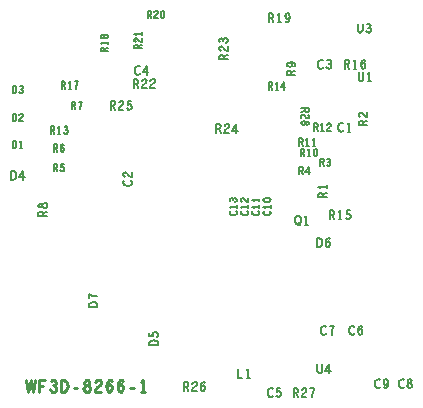
<source format=gto>
%FSLAX25Y25*MOMM*%
%IR0*IPPOS*OFA0.00000B0.00000*MIA0B0*SFA1.00000B1.00000*%
%ADD10C,.21*%
%ADD11C,.25*%
%ADD12C,.19*%
G75*
%LPD*%
G75*
G54D10*
G01X2711450Y2561870D02*
X2636450D01*
Y2584780D01*
X2640200Y2592120D01*
X2645200Y2596700D01*
X2655200Y2598530D01*
X2665200Y2596700D01*
X2671450Y2591200D01*
X2675200Y2584780D01*
Y2561870D01*
G01Y2584780D02*
X2711450Y2598530D01*
G01Y2650200D02*
X2710200Y2656620D01*
X2706450Y2663950D01*
X2700200Y2668530D01*
X2691450Y2670370D01*
X2682700Y2668530D01*
X2675200Y2663030D01*
X2671450Y2654780D01*
Y2645620D01*
X2668950Y2640120D01*
X2662700Y2635530D01*
X2653950Y2633700D01*
X2645200Y2636450D01*
X2638950Y2642870D01*
X2636450Y2650200D01*
X2638950Y2657530D01*
X2645200Y2663950D01*
X2653950Y2666700D01*
X2662700Y2664870D01*
X2668950Y2660280D01*
X2671450Y2654780D01*
Y2645620D01*
X2675200Y2637370D01*
X2682700Y2631870D01*
X2691450Y2630030D01*
X2700200Y2631870D01*
X2706450Y2636450D01*
X2710200Y2643780D01*
X2711450Y2650200D01*
G01X2407630Y2870200D02*
Y2945200D01*
X2425970D01*
X2433300Y2941450D01*
X2438800Y2936450D01*
X2443380Y2928950D01*
X2447050Y2920200D01*
X2447970Y2907700D01*
X2447050Y2895200D01*
X2443380Y2886450D01*
X2438800Y2878950D01*
X2433300Y2873950D01*
X2425970Y2870200D01*
X2407630D01*
G01X2508800D02*
Y2945200D01*
X2474880Y2891450D01*
X2520720D01*
G01X3136900Y1791680D02*
X3061900D01*
Y1810020D01*
X3065650Y1817350D01*
X3070650Y1822850D01*
X3078150Y1827430D01*
X3086900Y1831100D01*
X3099400Y1832020D01*
X3111900Y1831100D01*
X3120650Y1827430D01*
X3128150Y1822850D01*
X3133150Y1817350D01*
X3136900Y1810020D01*
Y1791680D01*
G01Y1880020D02*
X3120650Y1881850D01*
X3106900Y1884600D01*
X3094400Y1888270D01*
X3080650Y1892850D01*
X3061900Y1900180D01*
Y1863520D01*
G01X3247670Y3460750D02*
Y3535750D01*
X3270580D01*
X3277920Y3532000D01*
X3282500Y3527000D01*
X3284330Y3517000D01*
X3282500Y3507000D01*
X3277000Y3500750D01*
X3270580Y3497000D01*
X3247670D01*
G01X3270580D02*
X3284330Y3460750D01*
G01X3318580Y3523250D02*
X3324080Y3530750D01*
X3330500Y3534500D01*
X3337830Y3535750D01*
X3347000Y3533250D01*
X3353420Y3527000D01*
X3355250Y3519500D01*
X3354330Y3512000D01*
X3350670Y3505750D01*
X3332330Y3493250D01*
X3324080Y3484500D01*
X3318580Y3472000D01*
X3316750Y3460750D01*
X3355250D01*
G01X3385830Y3472000D02*
X3391330Y3465750D01*
X3397750Y3462000D01*
X3406000Y3460750D01*
X3414250Y3463250D01*
X3420670Y3468250D01*
X3425250Y3477000D01*
X3426170Y3487000D01*
X3424330Y3497000D01*
X3419750Y3503250D01*
X3413330Y3508250D01*
X3406920Y3509500D01*
X3400500Y3508250D01*
X3392250Y3503250D01*
X3395000Y3535750D01*
X3419750D01*
G01X3651250Y1467830D02*
X3576250D01*
Y1486170D01*
X3580000Y1493500D01*
X3585000Y1499000D01*
X3592500Y1503580D01*
X3601250Y1507250D01*
X3613750Y1508170D01*
X3626250Y1507250D01*
X3635000Y1503580D01*
X3642500Y1499000D01*
X3647500Y1493500D01*
X3651250Y1486170D01*
Y1467830D01*
G01X3640000Y1537830D02*
X3646250Y1543330D01*
X3650000Y1549750D01*
X3651250Y1558000D01*
X3648750Y1566250D01*
X3643750Y1572670D01*
X3635000Y1577250D01*
X3625000Y1578170D01*
X3615000Y1576330D01*
X3608750Y1571750D01*
X3603750Y1565330D01*
X3602500Y1558920D01*
X3603750Y1552500D01*
X3608750Y1544250D01*
X3576250Y1547000D01*
Y1571750D01*
G01X3360250Y2860720D02*
X3356500Y2855220D01*
X3354000Y2848800D01*
Y2841470D01*
X3357750Y2833220D01*
X3364000Y2826800D01*
X3371500Y2822220D01*
X3384000Y2818550D01*
X3395250Y2817630D01*
X3406500Y2819470D01*
X3414000Y2822220D01*
X3421500Y2827720D01*
X3426500Y2834130D01*
X3429000Y2840550D01*
Y2846970D01*
X3426500Y2853380D01*
X3422750Y2858880D01*
X3417750Y2863470D01*
G01X3366500Y2893130D02*
X3359000Y2898630D01*
X3355250Y2905050D01*
X3354000Y2912380D01*
X3356500Y2921550D01*
X3362750Y2927970D01*
X3370250Y2929800D01*
X3377750Y2928880D01*
X3384000Y2925220D01*
X3396500Y2906880D01*
X3405250Y2898630D01*
X3417750Y2893130D01*
X3429000Y2891300D01*
Y2929800D01*
G01X3444520Y3644900D02*
Y3719900D01*
X3467430D01*
X3474770Y3716150D01*
X3479350Y3711150D01*
X3481180Y3701150D01*
X3479350Y3691150D01*
X3473850Y3684900D01*
X3467430Y3681150D01*
X3444520D01*
G01X3467430D02*
X3481180Y3644900D01*
G01X3515430Y3707400D02*
X3520930Y3714900D01*
X3527350Y3718650D01*
X3534680Y3719900D01*
X3543850Y3717400D01*
X3550270Y3711150D01*
X3552100Y3703650D01*
X3551180Y3696150D01*
X3547520Y3689900D01*
X3529180Y3677400D01*
X3520930Y3668650D01*
X3515430Y3656150D01*
X3513600Y3644900D01*
X3552100D01*
G01X3585430Y3707400D02*
X3590930Y3714900D01*
X3597350Y3718650D01*
X3604680Y3719900D01*
X3613850Y3717400D01*
X3620270Y3711150D01*
X3622100Y3703650D01*
X3621180Y3696150D01*
X3617520Y3689900D01*
X3599180Y3677400D01*
X3590930Y3668650D01*
X3585430Y3656150D01*
X3583600Y3644900D01*
X3622100D01*
G01X3495720Y3827950D02*
X3490220Y3831700D01*
X3483800Y3834200D01*
X3476470D01*
X3468220Y3830450D01*
X3461800Y3824200D01*
X3457220Y3816700D01*
X3453550Y3804200D01*
X3452630Y3792950D01*
X3454470Y3781700D01*
X3457220Y3774200D01*
X3462720Y3766700D01*
X3469130Y3761700D01*
X3475550Y3759200D01*
X3481970D01*
X3488380Y3761700D01*
X3493880Y3765450D01*
X3498470Y3770450D01*
G01X3556550Y3759200D02*
Y3834200D01*
X3522630Y3780450D01*
X3568470D01*
G01X3869970Y1079500D02*
Y1154500D01*
X3892880D01*
X3900220Y1150750D01*
X3904800Y1145750D01*
X3906630Y1135750D01*
X3904800Y1125750D01*
X3899300Y1119500D01*
X3892880Y1115750D01*
X3869970D01*
G01X3892880D02*
X3906630Y1079500D01*
G01X3940880Y1142000D02*
X3946380Y1149500D01*
X3952800Y1153250D01*
X3960130Y1154500D01*
X3969300Y1152000D01*
X3975720Y1145750D01*
X3977550Y1138250D01*
X3976630Y1130750D01*
X3972970Y1124500D01*
X3954630Y1112000D01*
X3946380Y1103250D01*
X3940880Y1090750D01*
X3939050Y1079500D01*
X3977550D01*
G01X4010880Y1110750D02*
X4017300Y1119500D01*
X4022800Y1124500D01*
X4030130Y1127000D01*
X4036550Y1124500D01*
X4041130Y1119500D01*
X4044800Y1112000D01*
X4045720Y1103250D01*
X4044800Y1095750D01*
X4041130Y1088250D01*
X4035630Y1082000D01*
X4029220Y1079500D01*
X4021880Y1082000D01*
X4015470Y1089500D01*
X4011800Y1100750D01*
X4010880Y1113250D01*
X4012720Y1129500D01*
X4015470Y1138250D01*
X4020050Y1147000D01*
X4026470Y1153250D01*
X4032880Y1154500D01*
X4039300Y1152000D01*
X4043880Y1145750D01*
G01X4327170Y1268800D02*
Y1193800D01*
X4363830D01*
G01X4415500D02*
Y1268800D01*
X4404500Y1253800D01*
G01Y1193800D02*
X4426500D01*
G01X4143020Y3263900D02*
Y3338900D01*
X4165930D01*
X4173270Y3335150D01*
X4177850Y3330150D01*
X4179680Y3320150D01*
X4177850Y3310150D01*
X4172350Y3303900D01*
X4165930Y3300150D01*
X4143020D01*
G01X4165930D02*
X4179680Y3263900D01*
G01X4213930Y3326400D02*
X4219430Y3333900D01*
X4225850Y3337650D01*
X4233180Y3338900D01*
X4242350Y3336400D01*
X4248770Y3330150D01*
X4250600Y3322650D01*
X4249680Y3315150D01*
X4246020Y3308900D01*
X4227680Y3296400D01*
X4219430Y3287650D01*
X4213930Y3275150D01*
X4212100Y3263900D01*
X4250600D01*
G01X4312350D02*
Y3338900D01*
X4278430Y3285150D01*
X4324270D01*
G01X4241800Y3889020D02*
X4166800D01*
Y3911930D01*
X4170550Y3919270D01*
X4175550Y3923850D01*
X4185550Y3925680D01*
X4195550Y3923850D01*
X4201800Y3918350D01*
X4205550Y3911930D01*
Y3889020D01*
G01Y3911930D02*
X4241800Y3925680D01*
G01X4179300Y3959930D02*
X4171800Y3965430D01*
X4168050Y3971850D01*
X4166800Y3979180D01*
X4169300Y3988350D01*
X4175550Y3994770D01*
X4183050Y3996600D01*
X4190550Y3995680D01*
X4196800Y3992020D01*
X4209300Y3973680D01*
X4218050Y3965430D01*
X4230550Y3959930D01*
X4241800Y3958100D01*
Y3996600D01*
G01X4226800Y4027180D02*
X4235550Y4032680D01*
X4240550Y4040020D01*
X4241800Y4048270D01*
X4240550Y4055600D01*
X4234300Y4062930D01*
X4226800Y4067520D01*
X4219300Y4068430D01*
X4210550Y4066600D01*
X4204300Y4060180D01*
X4201800Y4053770D01*
Y4045520D01*
G01Y4053770D02*
X4198050Y4059270D01*
X4191800Y4063850D01*
X4184300Y4065680D01*
X4176800Y4063850D01*
X4170550Y4059270D01*
X4166800Y4051020D01*
X4168050Y4042770D01*
X4173050Y4034520D01*
G01X4619670Y1097450D02*
X4614170Y1101200D01*
X4607750Y1103700D01*
X4600420D01*
X4592170Y1099950D01*
X4585750Y1093700D01*
X4581170Y1086200D01*
X4577500Y1073700D01*
X4576580Y1062450D01*
X4578420Y1051200D01*
X4581170Y1043700D01*
X4586670Y1036200D01*
X4593080Y1031200D01*
X4599500Y1028700D01*
X4605920D01*
X4612330Y1031200D01*
X4617830Y1034950D01*
X4622420Y1039950D01*
G01X4649330D02*
X4654830Y1033700D01*
X4661250Y1029950D01*
X4669500Y1028700D01*
X4677750Y1031200D01*
X4684170Y1036200D01*
X4688750Y1044950D01*
X4689670Y1054950D01*
X4687830Y1064950D01*
X4683250Y1071200D01*
X4676830Y1076200D01*
X4670420Y1077450D01*
X4664000Y1076200D01*
X4655750Y1071200D01*
X4658500Y1103700D01*
X4683250D01*
G01X4587520Y4203700D02*
Y4278700D01*
X4610430D01*
X4617770Y4274950D01*
X4622350Y4269950D01*
X4624180Y4259950D01*
X4622350Y4249950D01*
X4616850Y4243700D01*
X4610430Y4239950D01*
X4587520D01*
G01X4610430D02*
X4624180Y4203700D01*
G01X4675850D02*
Y4278700D01*
X4664850Y4263700D01*
G01Y4203700D02*
X4686850D01*
G01X4730270Y4212450D02*
X4736680Y4206200D01*
X4744020Y4203700D01*
X4751350Y4206200D01*
X4757770Y4213700D01*
X4762350Y4224950D01*
X4764180Y4236200D01*
Y4249950D01*
X4762350Y4261200D01*
X4757770Y4271200D01*
X4752270Y4276200D01*
X4745850Y4278700D01*
X4738520Y4276200D01*
X4733020Y4271200D01*
X4729350Y4263700D01*
X4727520Y4253700D01*
X4729350Y4244950D01*
X4733930Y4236200D01*
X4739430Y4231200D01*
X4745850Y4229950D01*
X4753180Y4232450D01*
X4758680Y4238700D01*
X4764180Y4249950D01*
G01X4797070Y1028700D02*
Y1103700D01*
X4819980D01*
X4827320Y1099950D01*
X4831900Y1094950D01*
X4833730Y1084950D01*
X4831900Y1074950D01*
X4826400Y1068700D01*
X4819980Y1064950D01*
X4797070D01*
G01X4819980D02*
X4833730Y1028700D01*
G01X4867980Y1091200D02*
X4873480Y1098700D01*
X4879900Y1102450D01*
X4887230Y1103700D01*
X4896400Y1101200D01*
X4902820Y1094950D01*
X4904650Y1087450D01*
X4903730Y1079950D01*
X4900070Y1073700D01*
X4881730Y1061200D01*
X4873480Y1052450D01*
X4867980Y1039950D01*
X4866150Y1028700D01*
X4904650D01*
G01X4953570D02*
X4955400Y1044950D01*
X4958150Y1058700D01*
X4961820Y1071200D01*
X4966400Y1084950D01*
X4973730Y1103700D01*
X4937070D01*
G01X4998430Y1306900D02*
Y1253150D01*
X5002100Y1241900D01*
X5009430Y1234400D01*
X5018600Y1231900D01*
X5027770Y1234400D01*
X5035100Y1241900D01*
X5038770Y1253150D01*
Y1306900D01*
G01X5099600Y1231900D02*
Y1306900D01*
X5065680Y1253150D01*
X5111520D01*
G01X4998430Y2298700D02*
Y2373700D01*
X5016770D01*
X5024100Y2369950D01*
X5029600Y2364950D01*
X5034180Y2357450D01*
X5037850Y2348700D01*
X5038770Y2336200D01*
X5037850Y2323700D01*
X5034180Y2314950D01*
X5029600Y2307450D01*
X5024100Y2302450D01*
X5016770Y2298700D01*
X4998430D01*
G01X5071180Y2329950D02*
X5077600Y2338700D01*
X5083100Y2343700D01*
X5090430Y2346200D01*
X5096850Y2343700D01*
X5101430Y2338700D01*
X5105100Y2331200D01*
X5106020Y2322450D01*
X5105100Y2314950D01*
X5101430Y2307450D01*
X5095930Y2301200D01*
X5089520Y2298700D01*
X5082180Y2301200D01*
X5075770Y2308700D01*
X5072100Y2319950D01*
X5071180Y2332450D01*
X5073020Y2348700D01*
X5075770Y2357450D01*
X5080350Y2366200D01*
X5086770Y2372450D01*
X5093180Y2373700D01*
X5099600Y2371200D01*
X5104180Y2364950D01*
G01X4834450Y2489200D02*
X4827120Y2490450D01*
X4820700Y2495450D01*
X4815200Y2502950D01*
X4811530Y2511700D01*
X4809700Y2521700D01*
Y2531700D01*
X4811530Y2541700D01*
X4815200Y2550450D01*
X4820700Y2557950D01*
X4827120Y2562950D01*
X4834450Y2564200D01*
X4841780Y2562950D01*
X4848200Y2557950D01*
X4853700Y2550450D01*
X4857370Y2541700D01*
X4859200Y2531700D01*
Y2521700D01*
X4857370Y2511700D01*
X4853700Y2502950D01*
X4848200Y2495450D01*
X4841780Y2490450D01*
X4834450Y2489200D01*
G01X4841780Y2509200D02*
X4852780Y2489200D01*
G01X4904450D02*
Y2564200D01*
X4893450Y2549200D01*
G01Y2489200D02*
X4915450D01*
G01X5080000Y2720620D02*
X5005000D01*
Y2743530D01*
X5008750Y2750870D01*
X5013750Y2755450D01*
X5023750Y2757280D01*
X5033750Y2755450D01*
X5040000Y2749950D01*
X5043750Y2743530D01*
Y2720620D01*
G01Y2743530D02*
X5080000Y2757280D01*
G01Y2808950D02*
X5005000D01*
X5020000Y2797950D01*
G01X5080000D02*
Y2819950D01*
G01X5045120Y3878750D02*
X5039620Y3882500D01*
X5033200Y3885000D01*
X5025870D01*
X5017620Y3881250D01*
X5011200Y3875000D01*
X5006620Y3867500D01*
X5002950Y3855000D01*
X5002030Y3843750D01*
X5003870Y3832500D01*
X5006620Y3825000D01*
X5012120Y3817500D01*
X5018530Y3812500D01*
X5024950Y3810000D01*
X5031370D01*
X5037780Y3812500D01*
X5043280Y3816250D01*
X5047870Y3821250D01*
G01X5074780Y3825000D02*
X5080280Y3816250D01*
X5087620Y3811250D01*
X5095870Y3810000D01*
X5103200Y3811250D01*
X5110530Y3817500D01*
X5115120Y3825000D01*
X5116030Y3832500D01*
X5114200Y3841250D01*
X5107780Y3847500D01*
X5101370Y3850000D01*
X5093120D01*
G01X5101370D02*
X5106870Y3853750D01*
X5111450Y3860000D01*
X5113280Y3867500D01*
X5111450Y3875000D01*
X5106870Y3881250D01*
X5098620Y3885000D01*
X5090370Y3883750D01*
X5082120Y3878750D01*
G01X4813300Y3755670D02*
X4738300D01*
Y3778580D01*
X4742050Y3785920D01*
X4747050Y3790500D01*
X4757050Y3792330D01*
X4767050Y3790500D01*
X4773300Y3785000D01*
X4777050Y3778580D01*
Y3755670D01*
G01Y3778580D02*
X4813300Y3792330D01*
G01X4804550Y3828420D02*
X4810800Y3834830D01*
X4813300Y3842170D01*
X4810800Y3849500D01*
X4803300Y3855920D01*
X4792050Y3860500D01*
X4780800Y3862330D01*
X4767050D01*
X4755800Y3860500D01*
X4745800Y3855920D01*
X4740800Y3850420D01*
X4738300Y3844000D01*
X4740800Y3836670D01*
X4745800Y3831170D01*
X4753300Y3827500D01*
X4763300Y3825670D01*
X4772050Y3827500D01*
X4780800Y3832080D01*
X4785800Y3837580D01*
X4787050Y3844000D01*
X4784550Y3851330D01*
X4778300Y3856830D01*
X4767050Y3862330D01*
G01X5311820Y1624500D02*
X5306320Y1628250D01*
X5299900Y1630750D01*
X5292570D01*
X5284320Y1627000D01*
X5277900Y1620750D01*
X5273320Y1613250D01*
X5269650Y1600750D01*
X5268730Y1589500D01*
X5270570Y1578250D01*
X5273320Y1570750D01*
X5278820Y1563250D01*
X5285230Y1558250D01*
X5291650Y1555750D01*
X5298070D01*
X5304480Y1558250D01*
X5309980Y1562000D01*
X5314570Y1567000D01*
G01X5344230Y1587000D02*
X5350650Y1595750D01*
X5356150Y1600750D01*
X5363480Y1603250D01*
X5369900Y1600750D01*
X5374480Y1595750D01*
X5378150Y1588250D01*
X5379070Y1579500D01*
X5378150Y1572000D01*
X5374480Y1564500D01*
X5368980Y1558250D01*
X5362570Y1555750D01*
X5355230Y1558250D01*
X5348820Y1565750D01*
X5345150Y1577000D01*
X5344230Y1589500D01*
X5346070Y1605750D01*
X5348820Y1614500D01*
X5353400Y1623250D01*
X5359820Y1629500D01*
X5366230Y1630750D01*
X5372650Y1628250D01*
X5377230Y1622000D01*
G01X5070520Y1624500D02*
X5065020Y1628250D01*
X5058600Y1630750D01*
X5051270D01*
X5043020Y1627000D01*
X5036600Y1620750D01*
X5032020Y1613250D01*
X5028350Y1600750D01*
X5027430Y1589500D01*
X5029270Y1578250D01*
X5032020Y1570750D01*
X5037520Y1563250D01*
X5043930Y1558250D01*
X5050350Y1555750D01*
X5056770D01*
X5063180Y1558250D01*
X5068680Y1562000D01*
X5073270Y1567000D01*
G01X5118520Y1555750D02*
X5120350Y1572000D01*
X5123100Y1585750D01*
X5126770Y1598250D01*
X5131350Y1612000D01*
X5138680Y1630750D01*
X5102020D01*
G01X5101870Y2533650D02*
Y2608650D01*
X5124780D01*
X5132120Y2604900D01*
X5136700Y2599900D01*
X5138530Y2589900D01*
X5136700Y2579900D01*
X5131200Y2573650D01*
X5124780Y2569900D01*
X5101870D01*
G01X5124780D02*
X5138530Y2533650D01*
G01X5190200D02*
Y2608650D01*
X5179200Y2593650D01*
G01Y2533650D02*
X5201200D01*
G01X5240030Y2544900D02*
X5245530Y2538650D01*
X5251950Y2534900D01*
X5260200Y2533650D01*
X5268450Y2536150D01*
X5274870Y2541150D01*
X5279450Y2549900D01*
X5280370Y2559900D01*
X5278530Y2569900D01*
X5273950Y2576150D01*
X5267530Y2581150D01*
X5261120Y2582400D01*
X5254700Y2581150D01*
X5246450Y2576150D01*
X5249200Y2608650D01*
X5273950D01*
G01X5216570Y3345350D02*
X5211070Y3349100D01*
X5204650Y3351600D01*
X5197320D01*
X5189070Y3347850D01*
X5182650Y3341600D01*
X5178070Y3334100D01*
X5174400Y3321600D01*
X5173480Y3310350D01*
X5175320Y3299100D01*
X5178070Y3291600D01*
X5183570Y3284100D01*
X5189980Y3279100D01*
X5196400Y3276600D01*
X5202820D01*
X5209230Y3279100D01*
X5214730Y3282850D01*
X5219320Y3287850D01*
G01X5266400Y3276600D02*
Y3351600D01*
X5255400Y3336600D01*
G01Y3276600D02*
X5277400D01*
G01X5347680Y3777050D02*
Y3723300D01*
X5351350Y3712050D01*
X5358680Y3704550D01*
X5367850Y3702050D01*
X5377020Y3704550D01*
X5384350Y3712050D01*
X5388020Y3723300D01*
Y3777050D01*
G01X5437850Y3702050D02*
Y3777050D01*
X5426850Y3762050D01*
G01Y3702050D02*
X5448850D01*
G01X5228870Y3810000D02*
Y3885000D01*
X5251780D01*
X5259120Y3881250D01*
X5263700Y3876250D01*
X5265530Y3866250D01*
X5263700Y3856250D01*
X5258200Y3850000D01*
X5251780Y3846250D01*
X5228870D01*
G01X5251780D02*
X5265530Y3810000D01*
G01X5317200D02*
Y3885000D01*
X5306200Y3870000D01*
G01Y3810000D02*
X5328200D01*
G01X5369780Y3841250D02*
X5376200Y3850000D01*
X5381700Y3855000D01*
X5389030Y3857500D01*
X5395450Y3855000D01*
X5400030Y3850000D01*
X5403700Y3842500D01*
X5404620Y3833750D01*
X5403700Y3826250D01*
X5400030Y3818750D01*
X5394530Y3812500D01*
X5388120Y3810000D01*
X5380780Y3812500D01*
X5374370Y3820000D01*
X5370700Y3831250D01*
X5369780Y3843750D01*
X5371620Y3860000D01*
X5374370Y3868750D01*
X5378950Y3877500D01*
X5385370Y3883750D01*
X5391780Y3885000D01*
X5398200Y3882500D01*
X5402780Y3876250D01*
G01X5341330Y4189800D02*
Y4136050D01*
X5345000Y4124800D01*
X5352330Y4117300D01*
X5361500Y4114800D01*
X5370670Y4117300D01*
X5378000Y4124800D01*
X5381670Y4136050D01*
Y4189800D01*
G01X5411330Y4129800D02*
X5416830Y4121050D01*
X5424170Y4116050D01*
X5432420Y4114800D01*
X5439750Y4116050D01*
X5447080Y4122300D01*
X5451670Y4129800D01*
X5452580Y4137300D01*
X5450750Y4146050D01*
X5444330Y4152300D01*
X5437920Y4154800D01*
X5429670D01*
G01X5437920D02*
X5443420Y4158550D01*
X5448000Y4164800D01*
X5449830Y4172300D01*
X5448000Y4179800D01*
X5443420Y4186050D01*
X5435170Y4189800D01*
X5426920Y4188550D01*
X5418670Y4183550D01*
G01X5527720Y1173650D02*
X5522220Y1177400D01*
X5515800Y1179900D01*
X5508470D01*
X5500220Y1176150D01*
X5493800Y1169900D01*
X5489220Y1162400D01*
X5485550Y1149900D01*
X5484630Y1138650D01*
X5486470Y1127400D01*
X5489220Y1119900D01*
X5494720Y1112400D01*
X5501130Y1107400D01*
X5507550Y1104900D01*
X5513970D01*
X5520380Y1107400D01*
X5525880Y1111150D01*
X5530470Y1116150D01*
G01X5561970Y1113650D02*
X5568380Y1107400D01*
X5575720Y1104900D01*
X5583050Y1107400D01*
X5589470Y1114900D01*
X5594050Y1126150D01*
X5595880Y1137400D01*
Y1151150D01*
X5594050Y1162400D01*
X5589470Y1172400D01*
X5583970Y1177400D01*
X5577550Y1179900D01*
X5570220Y1177400D01*
X5564720Y1172400D01*
X5561050Y1164900D01*
X5559220Y1154900D01*
X5561050Y1146150D01*
X5565630Y1137400D01*
X5571130Y1132400D01*
X5577550Y1131150D01*
X5584880Y1133650D01*
X5590380Y1139900D01*
X5595880Y1151150D01*
G01X5422900Y3330220D02*
X5347900D01*
Y3353130D01*
X5351650Y3360470D01*
X5356650Y3365050D01*
X5366650Y3366880D01*
X5376650Y3365050D01*
X5382900Y3359550D01*
X5386650Y3353130D01*
Y3330220D01*
G01Y3353130D02*
X5422900Y3366880D01*
G01X5360400Y3401130D02*
X5352900Y3406630D01*
X5349150Y3413050D01*
X5347900Y3420380D01*
X5350400Y3429550D01*
X5356650Y3435970D01*
X5364150Y3437800D01*
X5371650Y3436880D01*
X5377900Y3433220D01*
X5390400Y3414880D01*
X5399150Y3406630D01*
X5411650Y3401130D01*
X5422900Y3399300D01*
Y3437800D01*
G01X5730920Y1173650D02*
X5725420Y1177400D01*
X5719000Y1179900D01*
X5711670D01*
X5703420Y1176150D01*
X5697000Y1169900D01*
X5692420Y1162400D01*
X5688750Y1149900D01*
X5687830Y1138650D01*
X5689670Y1127400D01*
X5692420Y1119900D01*
X5697920Y1112400D01*
X5704330Y1107400D01*
X5710750Y1104900D01*
X5717170D01*
X5723580Y1107400D01*
X5729080Y1111150D01*
X5733670Y1116150D01*
G01X5780750Y1104900D02*
X5787170Y1106150D01*
X5794500Y1109900D01*
X5799080Y1116150D01*
X5800920Y1124900D01*
X5799080Y1133650D01*
X5793580Y1141150D01*
X5785330Y1144900D01*
X5776170D01*
X5770670Y1147400D01*
X5766080Y1153650D01*
X5764250Y1162400D01*
X5767000Y1171150D01*
X5773420Y1177400D01*
X5780750Y1179900D01*
X5788080Y1177400D01*
X5794500Y1171150D01*
X5797250Y1162400D01*
X5795420Y1153650D01*
X5790830Y1147400D01*
X5785330Y1144900D01*
X5776170D01*
X5767920Y1141150D01*
X5762420Y1133650D01*
X5760580Y1124900D01*
X5762420Y1116150D01*
X5767000Y1109900D01*
X5774330Y1106150D01*
X5780750Y1104900D01*
G54D11*
G01X2533650Y1173150D02*
X2551150Y1073150D01*
X2571150Y1173150D01*
X2591150Y1073150D01*
X2608650Y1173150D01*
G01X2642400Y1073150D02*
Y1173150D01*
X2689900D01*
G01X2672400Y1124820D02*
X2642400D01*
G01X2733650Y1093150D02*
X2741150Y1081480D01*
X2751150Y1074820D01*
X2762400Y1073150D01*
X2772400Y1074820D01*
X2782400Y1083150D01*
X2788650Y1093150D01*
X2789900Y1103150D01*
X2787400Y1114810D01*
X2778650Y1123150D01*
X2769900Y1126480D01*
X2758650D01*
G01X2769900D02*
X2777400Y1131480D01*
X2783650Y1139810D01*
X2786150Y1149820D01*
X2783650Y1159820D01*
X2777400Y1168150D01*
X2766150Y1173150D01*
X2754900Y1171480D01*
X2743650Y1164820D01*
G01X2828650Y1073150D02*
Y1173150D01*
X2853650D01*
X2863650Y1168150D01*
X2871150Y1161480D01*
X2877400Y1151480D01*
X2882400Y1139810D01*
X2883650Y1123150D01*
X2882400Y1106480D01*
X2877400Y1094820D01*
X2871150Y1084810D01*
X2863650Y1078150D01*
X2853650Y1073150D01*
X2828650D01*
G01X2934900Y1106480D02*
X2967400D01*
G01X3046150Y1073150D02*
X3054900Y1074820D01*
X3064900Y1079820D01*
X3071150Y1088150D01*
X3073650Y1099820D01*
X3071150Y1111480D01*
X3063650Y1121480D01*
X3052400Y1126480D01*
X3039900D01*
X3032400Y1129820D01*
X3026150Y1138150D01*
X3023650Y1149820D01*
X3027400Y1161480D01*
X3036150Y1169820D01*
X3046150Y1173150D01*
X3056150Y1169820D01*
X3064900Y1161480D01*
X3068650Y1149820D01*
X3066150Y1138150D01*
X3059900Y1129820D01*
X3052400Y1126480D01*
X3039900D01*
X3028650Y1121480D01*
X3021150Y1111480D01*
X3018650Y1099820D01*
X3021150Y1088150D01*
X3027400Y1079820D01*
X3037400Y1074820D01*
X3046150Y1073150D01*
G01X3117400Y1156480D02*
X3124900Y1166480D01*
X3133650Y1171480D01*
X3143650Y1173150D01*
X3156150Y1169820D01*
X3164900Y1161480D01*
X3167400Y1151480D01*
X3166150Y1141480D01*
X3161150Y1133150D01*
X3136150Y1116480D01*
X3124900Y1104820D01*
X3117400Y1088150D01*
X3114900Y1073150D01*
X3167400D01*
G01X3212400Y1114810D02*
X3221150Y1126480D01*
X3228650Y1133150D01*
X3238650Y1136480D01*
X3247400Y1133150D01*
X3253650Y1126480D01*
X3258650Y1116480D01*
X3259900Y1104820D01*
X3258650Y1094820D01*
X3253650Y1084810D01*
X3246150Y1076480D01*
X3237400Y1073150D01*
X3227400Y1076480D01*
X3218650Y1086480D01*
X3213650Y1101480D01*
X3212400Y1118150D01*
X3214900Y1139810D01*
X3218650Y1151480D01*
X3224900Y1163150D01*
X3233650Y1171480D01*
X3242400Y1173150D01*
X3251150Y1169820D01*
X3257400Y1161480D01*
G01X3307400Y1114810D02*
X3316150Y1126480D01*
X3323650Y1133150D01*
X3333650Y1136480D01*
X3342400Y1133150D01*
X3348650Y1126480D01*
X3353650Y1116480D01*
X3354900Y1104820D01*
X3353650Y1094820D01*
X3348650Y1084810D01*
X3341150Y1076480D01*
X3332400Y1073150D01*
X3322400Y1076480D01*
X3313650Y1086480D01*
X3308650Y1101480D01*
X3307400Y1118150D01*
X3309900Y1139810D01*
X3313650Y1151480D01*
X3319900Y1163150D01*
X3328650Y1171480D01*
X3337400Y1173150D01*
X3346150Y1169820D01*
X3352400Y1161480D01*
G01X3409900Y1106480D02*
X3442400D01*
G01X3521150Y1073150D02*
Y1173150D01*
X3506150Y1153150D01*
G01Y1073150D02*
X3536150D01*
G54D12*
G01X2418730Y3136900D02*
Y3199900D01*
X2433070D01*
X2438800Y3196750D01*
X2443100Y3192550D01*
X2446680Y3186250D01*
X2449550Y3178900D01*
X2450270Y3168400D01*
X2449550Y3157900D01*
X2446680Y3150550D01*
X2443100Y3144250D01*
X2438800Y3140050D01*
X2433070Y3136900D01*
X2418730D01*
G01X2489500D02*
Y3199900D01*
X2480900Y3187300D01*
G01Y3136900D02*
X2498100D01*
G01X2418730Y3365500D02*
Y3428500D01*
X2433070D01*
X2438800Y3425350D01*
X2443100Y3421150D01*
X2446680Y3414850D01*
X2449550Y3407500D01*
X2450270Y3397000D01*
X2449550Y3386500D01*
X2446680Y3379150D01*
X2443100Y3372850D01*
X2438800Y3368650D01*
X2433070Y3365500D01*
X2418730D01*
G01X2475880Y3418000D02*
X2480180Y3424300D01*
X2485200Y3427450D01*
X2490930Y3428500D01*
X2498100Y3426400D01*
X2503120Y3421150D01*
X2504550Y3414850D01*
X2503830Y3408550D01*
X2500970Y3403300D01*
X2486630Y3392800D01*
X2480180Y3385450D01*
X2475880Y3374950D01*
X2474450Y3365500D01*
X2504550D01*
G01X2418730Y3600450D02*
Y3663450D01*
X2433070D01*
X2438800Y3660300D01*
X2443100Y3656100D01*
X2446680Y3649800D01*
X2449550Y3642450D01*
X2450270Y3631950D01*
X2449550Y3621450D01*
X2446680Y3614100D01*
X2443100Y3607800D01*
X2438800Y3603600D01*
X2433070Y3600450D01*
X2418730D01*
G01X2473730Y3613050D02*
X2478030Y3605700D01*
X2483770Y3601500D01*
X2490220Y3600450D01*
X2495950Y3601500D01*
X2501680Y3606750D01*
X2505270Y3613050D01*
X2505980Y3619350D01*
X2504550Y3626700D01*
X2499530Y3631950D01*
X2494520Y3634050D01*
X2488070D01*
G01X2494520D02*
X2498820Y3637200D01*
X2502400Y3642450D01*
X2503830Y3648750D01*
X2502400Y3655050D01*
X2498820Y3660300D01*
X2492370Y3663450D01*
X2485920Y3662400D01*
X2479470Y3658200D01*
G01X2769420Y2940050D02*
Y3003050D01*
X2787330D01*
X2793070Y2999900D01*
X2796650Y2995700D01*
X2798080Y2987300D01*
X2796650Y2978900D01*
X2792350Y2973650D01*
X2787330Y2970500D01*
X2769420D01*
G01X2787330D02*
X2798080Y2940050D01*
G01X2822980Y2949500D02*
X2827280Y2944250D01*
X2832300Y2941100D01*
X2838750Y2940050D01*
X2845200Y2942150D01*
X2850220Y2946350D01*
X2853800Y2953700D01*
X2854520Y2962100D01*
X2853080Y2970500D01*
X2849500Y2975750D01*
X2844480Y2979950D01*
X2839470Y2981000D01*
X2834450Y2979950D01*
X2828000Y2975750D01*
X2830150Y3003050D01*
X2849500D01*
G01X2769420Y3105150D02*
Y3168150D01*
X2787330D01*
X2793070Y3165000D01*
X2796650Y3160800D01*
X2798080Y3152400D01*
X2796650Y3144000D01*
X2792350Y3138750D01*
X2787330Y3135600D01*
X2769420D01*
G01X2787330D02*
X2798080Y3105150D01*
G01X2825130Y3131400D02*
X2830150Y3138750D01*
X2834450Y3142950D01*
X2840180Y3145050D01*
X2845200Y3142950D01*
X2848780Y3138750D01*
X2851650Y3132450D01*
X2852370Y3125100D01*
X2851650Y3118800D01*
X2848780Y3112500D01*
X2844480Y3107250D01*
X2839470Y3105150D01*
X2833730Y3107250D01*
X2828720Y3113550D01*
X2825850Y3123000D01*
X2825130Y3133500D01*
X2826570Y3147150D01*
X2828720Y3154500D01*
X2832300Y3161850D01*
X2837320Y3167100D01*
X2842330Y3168150D01*
X2847350Y3166050D01*
X2850930Y3160800D01*
G01X2744020Y3257550D02*
Y3320550D01*
X2761930D01*
X2767670Y3317400D01*
X2771250Y3313200D01*
X2772680Y3304800D01*
X2771250Y3296400D01*
X2766950Y3291150D01*
X2761930Y3288000D01*
X2744020D01*
G01X2761930D02*
X2772680Y3257550D01*
G01X2813350D02*
Y3320550D01*
X2804750Y3307950D01*
G01Y3257550D02*
X2821950D01*
G01X2852580Y3270150D02*
X2856880Y3262800D01*
X2862620Y3258600D01*
X2869070Y3257550D01*
X2874800Y3258600D01*
X2880530Y3263850D01*
X2884120Y3270150D01*
X2884830Y3276450D01*
X2883400Y3283800D01*
X2878380Y3289050D01*
X2873370Y3291150D01*
X2866920D01*
G01X2873370D02*
X2877670Y3294300D01*
X2881250Y3299550D01*
X2882680Y3305850D01*
X2881250Y3312150D01*
X2877670Y3317400D01*
X2871220Y3320550D01*
X2864770Y3319500D01*
X2858320Y3315300D01*
G01X2921820Y3467100D02*
Y3530100D01*
X2939730D01*
X2945470Y3526950D01*
X2949050Y3522750D01*
X2950480Y3514350D01*
X2949050Y3505950D01*
X2944750Y3500700D01*
X2939730Y3497550D01*
X2921820D01*
G01X2939730D02*
X2950480Y3467100D01*
G01X2989720D02*
X2991150Y3480750D01*
X2993300Y3492300D01*
X2996170Y3502800D01*
X2999750Y3514350D01*
X3005480Y3530100D01*
X2976820D01*
G01X2832920Y3638550D02*
Y3701550D01*
X2850830D01*
X2856570Y3698400D01*
X2860150Y3694200D01*
X2861580Y3685800D01*
X2860150Y3677400D01*
X2855850Y3672150D01*
X2850830Y3669000D01*
X2832920D01*
G01X2850830D02*
X2861580Y3638550D01*
G01X2902250D02*
Y3701550D01*
X2893650Y3688950D01*
G01Y3638550D02*
X2910850D01*
G01X2955820D02*
X2957250Y3652200D01*
X2959400Y3663750D01*
X2962270Y3674250D01*
X2965850Y3685800D01*
X2971580Y3701550D01*
X2942920D01*
G01X3225800Y3956870D02*
X3162800D01*
Y3974780D01*
X3165950Y3980520D01*
X3170150Y3984100D01*
X3178550Y3985530D01*
X3186950Y3984100D01*
X3192200Y3979800D01*
X3195350Y3974780D01*
Y3956870D01*
G01Y3974780D02*
X3225800Y3985530D01*
G01Y4026200D02*
X3162800D01*
X3175400Y4017600D01*
G01X3225800D02*
Y4034800D01*
G01Y4081200D02*
X3224750Y4086220D01*
X3221600Y4091950D01*
X3216350Y4095530D01*
X3209000Y4096970D01*
X3201650Y4095530D01*
X3195350Y4091230D01*
X3192200Y4084780D01*
Y4077620D01*
X3190100Y4073320D01*
X3184850Y4069730D01*
X3177500Y4068300D01*
X3170150Y4070450D01*
X3164900Y4075470D01*
X3162800Y4081200D01*
X3164900Y4086930D01*
X3170150Y4091950D01*
X3177500Y4094100D01*
X3184850Y4092670D01*
X3190100Y4089080D01*
X3192200Y4084780D01*
Y4077620D01*
X3195350Y4071170D01*
X3201650Y4066870D01*
X3209000Y4065430D01*
X3216350Y4066870D01*
X3221600Y4070450D01*
X3224750Y4076180D01*
X3225800Y4081200D01*
G01X3511550Y3982270D02*
X3448550D01*
Y4000180D01*
X3451700Y4005920D01*
X3455900Y4009500D01*
X3464300Y4010930D01*
X3472700Y4009500D01*
X3477950Y4005200D01*
X3481100Y4000180D01*
Y3982270D01*
G01Y4000180D02*
X3511550Y4010930D01*
G01X3459050Y4037980D02*
X3452750Y4042280D01*
X3449600Y4047300D01*
X3448550Y4053030D01*
X3450650Y4060200D01*
X3455900Y4065220D01*
X3462200Y4066650D01*
X3468500Y4065930D01*
X3473750Y4063070D01*
X3484250Y4048730D01*
X3491600Y4042280D01*
X3502100Y4037980D01*
X3511550Y4036550D01*
Y4066650D01*
G01Y4106600D02*
X3448550D01*
X3461150Y4098000D01*
G01X3511550D02*
Y4115200D01*
G01X3563170Y4235450D02*
Y4298450D01*
X3581080D01*
X3586820Y4295300D01*
X3590400Y4291100D01*
X3591830Y4282700D01*
X3590400Y4274300D01*
X3586100Y4269050D01*
X3581080Y4265900D01*
X3563170D01*
G01X3581080D02*
X3591830Y4235450D01*
G01X3618880Y4287950D02*
X3623180Y4294250D01*
X3628200Y4297400D01*
X3633930Y4298450D01*
X3641100Y4296350D01*
X3646120Y4291100D01*
X3647550Y4284800D01*
X3646830Y4278500D01*
X3643970Y4273250D01*
X3629630Y4262750D01*
X3623180Y4255400D01*
X3618880Y4244900D01*
X3617450Y4235450D01*
X3647550D01*
G01X3687500Y4298450D02*
X3681770Y4296350D01*
X3677470Y4291100D01*
X3674600Y4284800D01*
X3672450Y4276400D01*
X3671730Y4266950D01*
X3672450Y4257500D01*
X3674600Y4249100D01*
X3677470Y4242800D01*
X3681770Y4237550D01*
X3687500Y4235450D01*
X3693230Y4237550D01*
X3697530Y4242800D01*
X3700400Y4249100D01*
X3702550Y4257500D01*
X3703270Y4266950D01*
X3702550Y4276400D01*
X3700400Y4284800D01*
X3697530Y4291100D01*
X3693230Y4296350D01*
X3687500Y4298450D01*
G01X4260250Y2602670D02*
X4257100Y2598370D01*
X4255000Y2593350D01*
Y2587620D01*
X4258150Y2581170D01*
X4263400Y2576150D01*
X4269700Y2572570D01*
X4280200Y2569700D01*
X4289650Y2568980D01*
X4299100Y2570420D01*
X4305400Y2572570D01*
X4311700Y2576870D01*
X4315900Y2581880D01*
X4318000Y2586900D01*
Y2591920D01*
X4315900Y2596930D01*
X4312750Y2601230D01*
X4308550Y2604820D01*
G01X4318000Y2641900D02*
X4255000D01*
X4267600Y2633300D01*
G01X4318000D02*
Y2650500D01*
G01X4305400Y2681130D02*
X4312750Y2685430D01*
X4316950Y2691170D01*
X4318000Y2697620D01*
X4316950Y2703350D01*
X4311700Y2709080D01*
X4305400Y2712670D01*
X4299100Y2713380D01*
X4291750Y2711950D01*
X4286500Y2706930D01*
X4284400Y2701920D01*
Y2695470D01*
G01Y2701920D02*
X4281250Y2706220D01*
X4276000Y2709800D01*
X4269700Y2711230D01*
X4263400Y2709800D01*
X4258150Y2706220D01*
X4255000Y2699770D01*
X4256050Y2693320D01*
X4260250Y2686870D01*
G01X4546000Y2602670D02*
X4542850Y2598370D01*
X4540750Y2593350D01*
Y2587620D01*
X4543900Y2581170D01*
X4549150Y2576150D01*
X4555450Y2572570D01*
X4565950Y2569700D01*
X4575400Y2568980D01*
X4584850Y2570420D01*
X4591150Y2572570D01*
X4597450Y2576870D01*
X4601650Y2581880D01*
X4603750Y2586900D01*
Y2591920D01*
X4601650Y2596930D01*
X4598500Y2601230D01*
X4594300Y2604820D01*
G01X4603750Y2641900D02*
X4540750D01*
X4553350Y2633300D01*
G01X4603750D02*
Y2650500D01*
G01X4540750Y2696900D02*
X4542850Y2691170D01*
X4548100Y2686870D01*
X4554400Y2684000D01*
X4562800Y2681850D01*
X4572250Y2681130D01*
X4581700Y2681850D01*
X4590100Y2684000D01*
X4596400Y2686870D01*
X4601650Y2691170D01*
X4603750Y2696900D01*
X4601650Y2702630D01*
X4596400Y2706930D01*
X4590100Y2709800D01*
X4581700Y2711950D01*
X4572250Y2712670D01*
X4562800Y2711950D01*
X4554400Y2709800D01*
X4548100Y2706930D01*
X4542850Y2702630D01*
X4540750Y2696900D01*
G01X4450750Y2602670D02*
X4447600Y2598370D01*
X4445500Y2593350D01*
Y2587620D01*
X4448650Y2581170D01*
X4453900Y2576150D01*
X4460200Y2572570D01*
X4470700Y2569700D01*
X4480150Y2568980D01*
X4489600Y2570420D01*
X4495900Y2572570D01*
X4502200Y2576870D01*
X4506400Y2581880D01*
X4508500Y2586900D01*
Y2591920D01*
X4506400Y2596930D01*
X4503250Y2601230D01*
X4499050Y2604820D01*
G01X4508500Y2641900D02*
X4445500D01*
X4458100Y2633300D01*
G01X4508500D02*
Y2650500D01*
G01Y2696900D02*
X4445500D01*
X4458100Y2688300D01*
G01X4508500D02*
Y2705500D01*
G01X4355500Y2602670D02*
X4352350Y2598370D01*
X4350250Y2593350D01*
Y2587620D01*
X4353400Y2581170D01*
X4358650Y2576150D01*
X4364950Y2572570D01*
X4375450Y2569700D01*
X4384900Y2568980D01*
X4394350Y2570420D01*
X4400650Y2572570D01*
X4406950Y2576870D01*
X4411150Y2581880D01*
X4413250Y2586900D01*
Y2591920D01*
X4411150Y2596930D01*
X4408000Y2601230D01*
X4403800Y2604820D01*
G01X4413250Y2641900D02*
X4350250D01*
X4362850Y2633300D01*
G01X4413250D02*
Y2650500D01*
G01X4360750Y2683280D02*
X4354450Y2687580D01*
X4351300Y2692600D01*
X4350250Y2698330D01*
X4352350Y2705500D01*
X4357600Y2710520D01*
X4363900Y2711950D01*
X4370200Y2711230D01*
X4375450Y2708370D01*
X4385950Y2694030D01*
X4393300Y2687580D01*
X4403800Y2683280D01*
X4413250Y2681850D01*
Y2711950D01*
G01X4585520Y3632200D02*
Y3695200D01*
X4603430D01*
X4609170Y3692050D01*
X4612750Y3687850D01*
X4614180Y3679450D01*
X4612750Y3671050D01*
X4608450Y3665800D01*
X4603430Y3662650D01*
X4585520D01*
G01X4603430D02*
X4614180Y3632200D01*
G01X4654850D02*
Y3695200D01*
X4646250Y3682600D01*
G01Y3632200D02*
X4663450D01*
G01X4718450D02*
Y3695200D01*
X4691930Y3650050D01*
X4727770D01*
G01X4845870Y2914650D02*
Y2977650D01*
X4863780D01*
X4869520Y2974500D01*
X4873100Y2970300D01*
X4874530Y2961900D01*
X4873100Y2953500D01*
X4868800Y2948250D01*
X4863780Y2945100D01*
X4845870D01*
G01X4863780D02*
X4874530Y2914650D01*
G01X4923800D02*
Y2977650D01*
X4897280Y2932500D01*
X4933120D01*
G01X4858570Y3067050D02*
Y3130050D01*
X4876480D01*
X4882220Y3126900D01*
X4885800Y3122700D01*
X4887230Y3114300D01*
X4885800Y3105900D01*
X4881500Y3100650D01*
X4876480Y3097500D01*
X4858570D01*
G01X4876480D02*
X4887230Y3067050D01*
G01X4927900D02*
Y3130050D01*
X4919300Y3117450D01*
G01Y3067050D02*
X4936500D01*
G01X4982900Y3130050D02*
X4977170Y3127950D01*
X4972870Y3122700D01*
X4970000Y3116400D01*
X4967850Y3108000D01*
X4967130Y3098550D01*
X4967850Y3089100D01*
X4970000Y3080700D01*
X4972870Y3074400D01*
X4977170Y3069150D01*
X4982900Y3067050D01*
X4988630Y3069150D01*
X4992930Y3074400D01*
X4995800Y3080700D01*
X4997950Y3089100D01*
X4998670Y3098550D01*
X4997950Y3108000D01*
X4995800Y3116400D01*
X4992930Y3122700D01*
X4988630Y3127950D01*
X4982900Y3130050D01*
G01X4845870Y3155950D02*
Y3218950D01*
X4863780D01*
X4869520Y3215800D01*
X4873100Y3211600D01*
X4874530Y3203200D01*
X4873100Y3194800D01*
X4868800Y3189550D01*
X4863780Y3186400D01*
X4845870D01*
G01X4863780D02*
X4874530Y3155950D01*
G01X4915200D02*
Y3218950D01*
X4906600Y3206350D01*
G01Y3155950D02*
X4923800D01*
G01X4970200D02*
Y3218950D01*
X4961600Y3206350D01*
G01Y3155950D02*
X4978800D01*
G01X4972870Y3282950D02*
Y3345950D01*
X4990780D01*
X4996520Y3342800D01*
X5000100Y3338600D01*
X5001530Y3330200D01*
X5000100Y3321800D01*
X4995800Y3316550D01*
X4990780Y3313400D01*
X4972870D01*
G01X4990780D02*
X5001530Y3282950D01*
G01X5042200D02*
Y3345950D01*
X5033600Y3333350D01*
G01Y3282950D02*
X5050800D01*
G01X5083580Y3335450D02*
X5087880Y3341750D01*
X5092900Y3344900D01*
X5098630Y3345950D01*
X5105800Y3343850D01*
X5110820Y3338600D01*
X5112250Y3332300D01*
X5111530Y3326000D01*
X5108670Y3320750D01*
X5094330Y3310250D01*
X5087880Y3302900D01*
X5083580Y3292400D01*
X5082150Y3282950D01*
X5112250D01*
G01X4864100Y3472630D02*
X4927100D01*
Y3454720D01*
X4923950Y3448980D01*
X4919750Y3445400D01*
X4911350Y3443970D01*
X4902950Y3445400D01*
X4897700Y3449700D01*
X4894550Y3454720D01*
Y3472630D01*
G01Y3454720D02*
X4864100Y3443970D01*
G01X4916600Y3416920D02*
X4922900Y3412620D01*
X4926050Y3407600D01*
X4927100Y3401870D01*
X4925000Y3394700D01*
X4919750Y3389680D01*
X4913450Y3388250D01*
X4907150Y3388970D01*
X4901900Y3391830D01*
X4891400Y3406170D01*
X4884050Y3412620D01*
X4873550Y3416920D01*
X4864100Y3418350D01*
Y3388250D01*
G01Y3348300D02*
X4865150Y3343280D01*
X4868300Y3337550D01*
X4873550Y3333970D01*
X4880900Y3332530D01*
X4888250Y3333970D01*
X4894550Y3338270D01*
X4897700Y3344720D01*
Y3351880D01*
X4899800Y3356180D01*
X4905050Y3359770D01*
X4912400Y3361200D01*
X4919750Y3359050D01*
X4925000Y3354030D01*
X4927100Y3348300D01*
X4925000Y3342570D01*
X4919750Y3337550D01*
X4912400Y3335400D01*
X4905050Y3336830D01*
X4899800Y3340420D01*
X4897700Y3344720D01*
Y3351880D01*
X4894550Y3358330D01*
X4888250Y3362630D01*
X4880900Y3364070D01*
X4873550Y3362630D01*
X4868300Y3359050D01*
X4865150Y3353320D01*
X4864100Y3348300D01*
G01X5023670Y2984500D02*
Y3047500D01*
X5041580D01*
X5047320Y3044350D01*
X5050900Y3040150D01*
X5052330Y3031750D01*
X5050900Y3023350D01*
X5046600Y3018100D01*
X5041580Y3014950D01*
X5023670D01*
G01X5041580D02*
X5052330Y2984500D01*
G01X5077230Y2997100D02*
X5081530Y2989750D01*
X5087270Y2985550D01*
X5093720Y2984500D01*
X5099450Y2985550D01*
X5105180Y2990800D01*
X5108770Y2997100D01*
X5109480Y3003400D01*
X5108050Y3010750D01*
X5103030Y3016000D01*
X5098020Y3018100D01*
X5091570D01*
G01X5098020D02*
X5102320Y3021250D01*
X5105900Y3026500D01*
X5107330Y3032800D01*
X5105900Y3039100D01*
X5102320Y3044350D01*
X5095870Y3047500D01*
X5089420Y3046450D01*
X5082970Y3042250D01*
M02*

</source>
